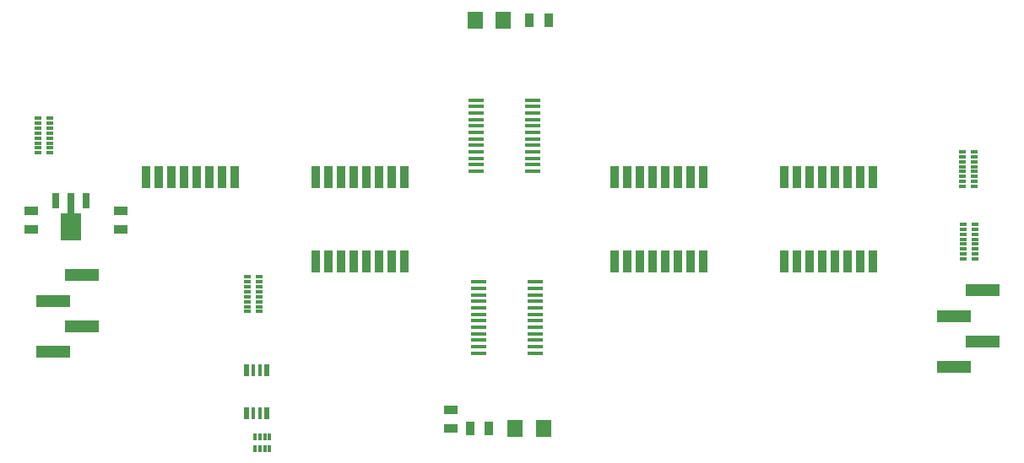
<source format=gtp>
G04 (created by PCBNEW (2013-mar-13)-testing) date Tue 15 Oct 2013 18:57:04 BST*
%MOIN*%
G04 Gerber Fmt 3.4, Leading zero omitted, Abs format*
%FSLAX34Y34*%
G01*
G70*
G90*
G04 APERTURE LIST*
%ADD10C,0.005906*%
%ADD11R,0.055000X0.035000*%
%ADD12R,0.062900X0.070900*%
%ADD13R,0.035000X0.055000*%
%ADD14R,0.027600X0.063000*%
%ADD15R,0.027600X0.082700*%
%ADD16R,0.078700X0.108300*%
%ADD17R,0.025600X0.011800*%
%ADD18R,0.031890X0.090551*%
%ADD19R,0.031890X0.090157*%
%ADD20R,0.061024X0.016500*%
%ADD21R,0.137008X0.050000*%
%ADD22R,0.023622X0.045276*%
%ADD23R,0.017717X0.045276*%
%ADD24R,0.011800X0.025600*%
G04 APERTURE END LIST*
G54D10*
G54D11*
X14596Y-19329D03*
X14596Y-20079D03*
X18139Y-19329D03*
X18139Y-20079D03*
G54D12*
X33692Y-27952D03*
X34810Y-27952D03*
X33236Y-11811D03*
X32118Y-11811D03*
G54D13*
X31908Y-27952D03*
X32658Y-27952D03*
X35020Y-11811D03*
X34270Y-11811D03*
G54D14*
X16752Y-18937D03*
G54D15*
X16161Y-19035D03*
G54D14*
X15570Y-18937D03*
G54D16*
X16161Y-19980D03*
G54D17*
X51368Y-18385D03*
X51368Y-18188D03*
X51369Y-17992D03*
X51368Y-17795D03*
X51822Y-17795D03*
X51822Y-17992D03*
X51822Y-18188D03*
X51822Y-18385D03*
X51822Y-17598D03*
X51822Y-17401D03*
X51822Y-17204D03*
X51822Y-17007D03*
X51369Y-17007D03*
X51369Y-17204D03*
X51369Y-17401D03*
X51369Y-17598D03*
X51387Y-21250D03*
X51387Y-21053D03*
X51389Y-20856D03*
X51387Y-20659D03*
X51842Y-20659D03*
X51842Y-20856D03*
X51842Y-21053D03*
X51842Y-21250D03*
X51842Y-20462D03*
X51842Y-20265D03*
X51842Y-20068D03*
X51842Y-19872D03*
X51389Y-19871D03*
X51389Y-20068D03*
X51389Y-20265D03*
X51389Y-20462D03*
X23592Y-21948D03*
X23592Y-22145D03*
X23591Y-22342D03*
X23592Y-22539D03*
X23138Y-22539D03*
X23138Y-22342D03*
X23138Y-22145D03*
X23138Y-21948D03*
X23138Y-22736D03*
X23138Y-22933D03*
X23138Y-23129D03*
X23138Y-23326D03*
X23591Y-23327D03*
X23591Y-23130D03*
X23591Y-22933D03*
X23591Y-22736D03*
X15314Y-15679D03*
X15314Y-15875D03*
X15313Y-16072D03*
X15314Y-16269D03*
X14860Y-16269D03*
X14860Y-16072D03*
X14860Y-15875D03*
X14860Y-15679D03*
X14860Y-16466D03*
X14860Y-16663D03*
X14860Y-16860D03*
X14860Y-17057D03*
X15313Y-17057D03*
X15313Y-16860D03*
X15313Y-16663D03*
X15313Y-16466D03*
G54D18*
X29309Y-18023D03*
G54D19*
X28809Y-18023D03*
X28309Y-18023D03*
X27809Y-18023D03*
X27309Y-18023D03*
X26809Y-18023D03*
X26309Y-18023D03*
X25809Y-18023D03*
G54D18*
X25809Y-21346D03*
G54D19*
X26309Y-21346D03*
X26809Y-21346D03*
X27309Y-21346D03*
X27809Y-21346D03*
X28309Y-21346D03*
X28809Y-21346D03*
X29309Y-21346D03*
G54D18*
X41120Y-18023D03*
G54D19*
X40620Y-18023D03*
X40120Y-18023D03*
X39620Y-18023D03*
X39120Y-18023D03*
X38620Y-18023D03*
X38120Y-18023D03*
X37620Y-18023D03*
G54D18*
X47812Y-18023D03*
G54D19*
X47312Y-18023D03*
X46812Y-18023D03*
X46312Y-18023D03*
X45812Y-18023D03*
X45312Y-18023D03*
X44812Y-18023D03*
X44312Y-18023D03*
G54D18*
X37620Y-21346D03*
G54D19*
X38120Y-21346D03*
X38620Y-21346D03*
X39120Y-21346D03*
X39620Y-21346D03*
X40120Y-21346D03*
X40620Y-21346D03*
X41120Y-21346D03*
G54D18*
X44312Y-21346D03*
G54D19*
X44812Y-21346D03*
X45312Y-21346D03*
X45812Y-21346D03*
X46312Y-21346D03*
X46812Y-21346D03*
X47312Y-21346D03*
X47812Y-21346D03*
G54D18*
X22616Y-18023D03*
G54D19*
X22116Y-18023D03*
X21616Y-18023D03*
X21116Y-18023D03*
X20616Y-18023D03*
X20116Y-18023D03*
X19616Y-18023D03*
X19116Y-18023D03*
G54D20*
X32165Y-14970D03*
X32165Y-15226D03*
X32165Y-15482D03*
X32165Y-15738D03*
X32165Y-15994D03*
X32165Y-16250D03*
X32165Y-16504D03*
X32165Y-16760D03*
X32165Y-17016D03*
X32165Y-17272D03*
X32165Y-17528D03*
X32165Y-17784D03*
X34389Y-17784D03*
X34389Y-17528D03*
X34389Y-17272D03*
X34389Y-17016D03*
X34389Y-16760D03*
X34389Y-16504D03*
X34389Y-16250D03*
X34389Y-15994D03*
X34389Y-15738D03*
X34389Y-15482D03*
X34389Y-15226D03*
X34389Y-14970D03*
X34498Y-24969D03*
X34498Y-24713D03*
X34498Y-24457D03*
X34498Y-24201D03*
X34498Y-23945D03*
X34498Y-23689D03*
X34498Y-23435D03*
X34498Y-23179D03*
X34498Y-22923D03*
X34498Y-22667D03*
X34498Y-22411D03*
X34498Y-22155D03*
X32273Y-22155D03*
X32273Y-22411D03*
X32273Y-22667D03*
X32273Y-22923D03*
X32273Y-23179D03*
X32273Y-23435D03*
X32273Y-23689D03*
X32273Y-23945D03*
X32273Y-24201D03*
X32273Y-24457D03*
X32273Y-24713D03*
X32273Y-24969D03*
G54D21*
X15462Y-24921D03*
X16590Y-23921D03*
X15462Y-22921D03*
X16590Y-21870D03*
G54D22*
X23907Y-25639D03*
G54D23*
X23622Y-25639D03*
X23366Y-25639D03*
G54D22*
X23080Y-25639D03*
X23080Y-27352D03*
G54D23*
X23366Y-27352D03*
X23622Y-27352D03*
G54D22*
X23907Y-27352D03*
G54D24*
X24005Y-28295D03*
X23808Y-28295D03*
X23611Y-28295D03*
X23414Y-28295D03*
X23414Y-28748D03*
X23611Y-28748D03*
X23808Y-28748D03*
X24005Y-28748D03*
G54D11*
X31151Y-27953D03*
X31151Y-27203D03*
G54D21*
X51019Y-25523D03*
X52147Y-24523D03*
X51019Y-23523D03*
X52147Y-22472D03*
M02*

</source>
